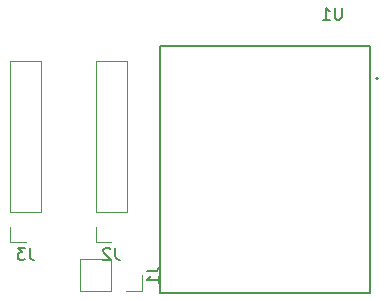
<source format=gbr>
%TF.GenerationSoftware,KiCad,Pcbnew,8.0.4-8.0.4-0~ubuntu22.04.1*%
%TF.CreationDate,2024-07-26T18:01:14+09:00*%
%TF.ProjectId,ESP32C3XIAO_mother,45535033-3243-4335-9849-414f5f6d6f74,rev?*%
%TF.SameCoordinates,Original*%
%TF.FileFunction,Legend,Bot*%
%TF.FilePolarity,Positive*%
%FSLAX46Y46*%
G04 Gerber Fmt 4.6, Leading zero omitted, Abs format (unit mm)*
G04 Created by KiCad (PCBNEW 8.0.4-8.0.4-0~ubuntu22.04.1) date 2024-07-26 18:01:14*
%MOMM*%
%LPD*%
G01*
G04 APERTURE LIST*
%ADD10C,0.150000*%
%ADD11C,0.127000*%
%ADD12C,0.200000*%
%ADD13C,0.120000*%
G04 APERTURE END LIST*
D10*
X145491904Y-66867319D02*
X145491904Y-67676842D01*
X145491904Y-67676842D02*
X145444285Y-67772080D01*
X145444285Y-67772080D02*
X145396666Y-67819700D01*
X145396666Y-67819700D02*
X145301428Y-67867319D01*
X145301428Y-67867319D02*
X145110952Y-67867319D01*
X145110952Y-67867319D02*
X145015714Y-67819700D01*
X145015714Y-67819700D02*
X144968095Y-67772080D01*
X144968095Y-67772080D02*
X144920476Y-67676842D01*
X144920476Y-67676842D02*
X144920476Y-66867319D01*
X143920476Y-67867319D02*
X144491904Y-67867319D01*
X144206190Y-67867319D02*
X144206190Y-66867319D01*
X144206190Y-66867319D02*
X144301428Y-67010176D01*
X144301428Y-67010176D02*
X144396666Y-67105414D01*
X144396666Y-67105414D02*
X144491904Y-67153033D01*
X119083333Y-87194819D02*
X119083333Y-87909104D01*
X119083333Y-87909104D02*
X119130952Y-88051961D01*
X119130952Y-88051961D02*
X119226190Y-88147200D01*
X119226190Y-88147200D02*
X119369047Y-88194819D01*
X119369047Y-88194819D02*
X119464285Y-88194819D01*
X118702380Y-87194819D02*
X118083333Y-87194819D01*
X118083333Y-87194819D02*
X118416666Y-87575771D01*
X118416666Y-87575771D02*
X118273809Y-87575771D01*
X118273809Y-87575771D02*
X118178571Y-87623390D01*
X118178571Y-87623390D02*
X118130952Y-87671009D01*
X118130952Y-87671009D02*
X118083333Y-87766247D01*
X118083333Y-87766247D02*
X118083333Y-88004342D01*
X118083333Y-88004342D02*
X118130952Y-88099580D01*
X118130952Y-88099580D02*
X118178571Y-88147200D01*
X118178571Y-88147200D02*
X118273809Y-88194819D01*
X118273809Y-88194819D02*
X118559523Y-88194819D01*
X118559523Y-88194819D02*
X118654761Y-88147200D01*
X118654761Y-88147200D02*
X118702380Y-88099580D01*
X126333333Y-87194819D02*
X126333333Y-87909104D01*
X126333333Y-87909104D02*
X126380952Y-88051961D01*
X126380952Y-88051961D02*
X126476190Y-88147200D01*
X126476190Y-88147200D02*
X126619047Y-88194819D01*
X126619047Y-88194819D02*
X126714285Y-88194819D01*
X125904761Y-87290057D02*
X125857142Y-87242438D01*
X125857142Y-87242438D02*
X125761904Y-87194819D01*
X125761904Y-87194819D02*
X125523809Y-87194819D01*
X125523809Y-87194819D02*
X125428571Y-87242438D01*
X125428571Y-87242438D02*
X125380952Y-87290057D01*
X125380952Y-87290057D02*
X125333333Y-87385295D01*
X125333333Y-87385295D02*
X125333333Y-87480533D01*
X125333333Y-87480533D02*
X125380952Y-87623390D01*
X125380952Y-87623390D02*
X125952380Y-88194819D01*
X125952380Y-88194819D02*
X125333333Y-88194819D01*
X129034819Y-89166666D02*
X129749104Y-89166666D01*
X129749104Y-89166666D02*
X129891961Y-89119047D01*
X129891961Y-89119047D02*
X129987200Y-89023809D01*
X129987200Y-89023809D02*
X130034819Y-88880952D01*
X130034819Y-88880952D02*
X130034819Y-88785714D01*
X130034819Y-90166666D02*
X130034819Y-89595238D01*
X130034819Y-89880952D02*
X129034819Y-89880952D01*
X129034819Y-89880952D02*
X129177676Y-89785714D01*
X129177676Y-89785714D02*
X129272914Y-89690476D01*
X129272914Y-89690476D02*
X129320533Y-89595238D01*
D11*
%TO.C,U1*%
X130125000Y-70070000D02*
X147905000Y-70070000D01*
X147905000Y-70070000D02*
X147905000Y-91025000D01*
X130125000Y-91025000D02*
X130125000Y-70070000D01*
X147905000Y-91025000D02*
X130125000Y-91025000D01*
D12*
X148615000Y-72864000D02*
G75*
G02*
X148415000Y-72864000I-100000J0D01*
G01*
X148415000Y-72864000D02*
G75*
G02*
X148615000Y-72864000I100000J0D01*
G01*
D13*
%TO.C,J3*%
X120080000Y-71380000D02*
X120080000Y-84140000D01*
X120080000Y-71380000D02*
X117420000Y-71380000D01*
X120080000Y-84140000D02*
X117420000Y-84140000D01*
X117420000Y-71380000D02*
X117420000Y-84140000D01*
X117420000Y-86740000D02*
X117420000Y-85410000D01*
X118750000Y-86740000D02*
X117420000Y-86740000D01*
%TO.C,J2*%
X126000000Y-86740000D02*
X124670000Y-86740000D01*
X124670000Y-86740000D02*
X124670000Y-85410000D01*
X124670000Y-71380000D02*
X124670000Y-84140000D01*
X127330000Y-84140000D02*
X124670000Y-84140000D01*
X127330000Y-71380000D02*
X124670000Y-71380000D01*
X127330000Y-71380000D02*
X127330000Y-84140000D01*
%TO.C,J1*%
X128580000Y-89500000D02*
X128580000Y-90830000D01*
X128580000Y-90830000D02*
X127250000Y-90830000D01*
X123380000Y-90830000D02*
X125980000Y-90830000D01*
X125980000Y-88170000D02*
X125980000Y-90830000D01*
X123380000Y-88170000D02*
X123380000Y-90830000D01*
X123380000Y-88170000D02*
X125980000Y-88170000D01*
%TD*%
M02*

</source>
